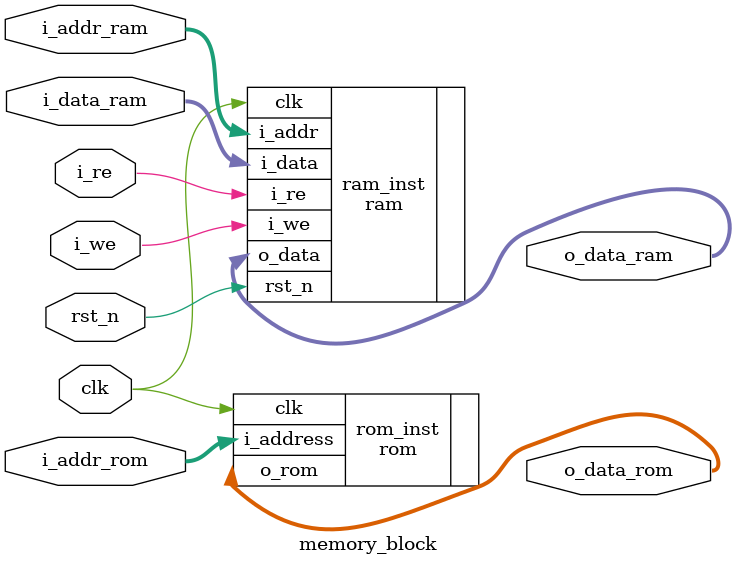
<source format=v>
`timescale 1ns / 1ps


module memory_block(
    input wire clk, rst_n, 
    input wire i_re, i_we,
    input wire [31:0] i_addr_rom, i_addr_ram, i_data_ram,
    output wire [15:0] o_data_rom, 
    output wire [31:0] o_data_ram
    );
    
    rom rom_inst (
        .clk(clk),
        .i_address(i_addr_rom),
        .o_rom(o_data_rom)
    );
    
    ram ram_inst (
        .clk(clk), 
        .rst_n(rst_n), 
        .i_re(i_re), 
        .i_we(i_we), 
        .i_addr(i_addr_ram),
        .i_data(i_data_ram), 
        .o_data(o_data_ram)
    );
endmodule

</source>
